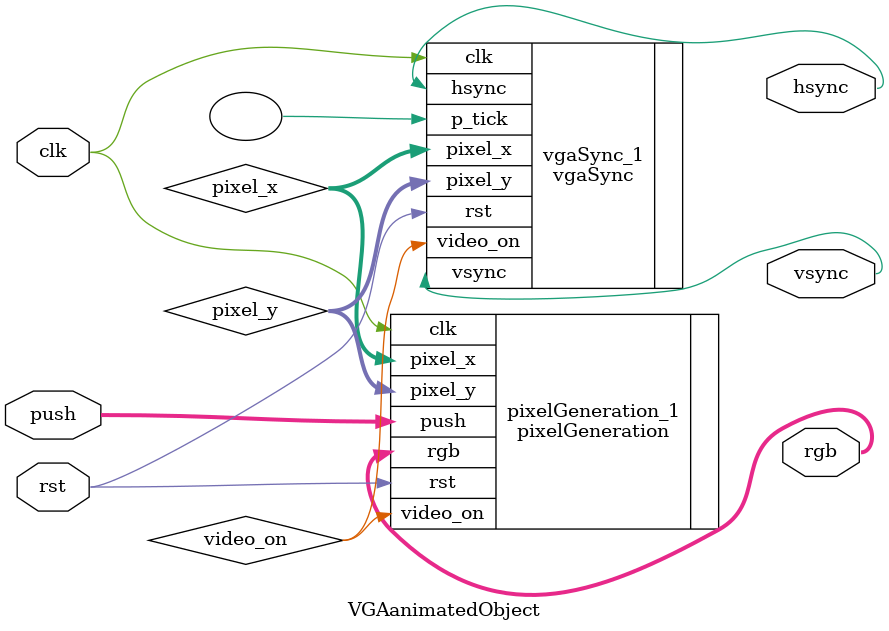
<source format=v>
`timescale 1ns / 1ps

module VGAanimatedObject(clk, rst, push, rgb, hsync, vsync);
input clk,rst;
input [3:0] push;
output [2:0] rgb;
output hsync, vsync;

wire [9:0] pixel_x, pixel_y;
wire video_on;

pixelGeneration pixelGeneration_1(.clk(clk), .rst(rst), .push(push), .pixel_x(pixel_x), .pixel_y(pixel_y), .video_on(video_on), .rgb(rgb));
vgaSync vgaSync_1(.clk(clk), .rst(rst), .hsync(hsync), .vsync(vsync), .video_on(video_on), .p_tick(), .pixel_x(pixel_x), .pixel_y(pixel_y));

endmodule

</source>
